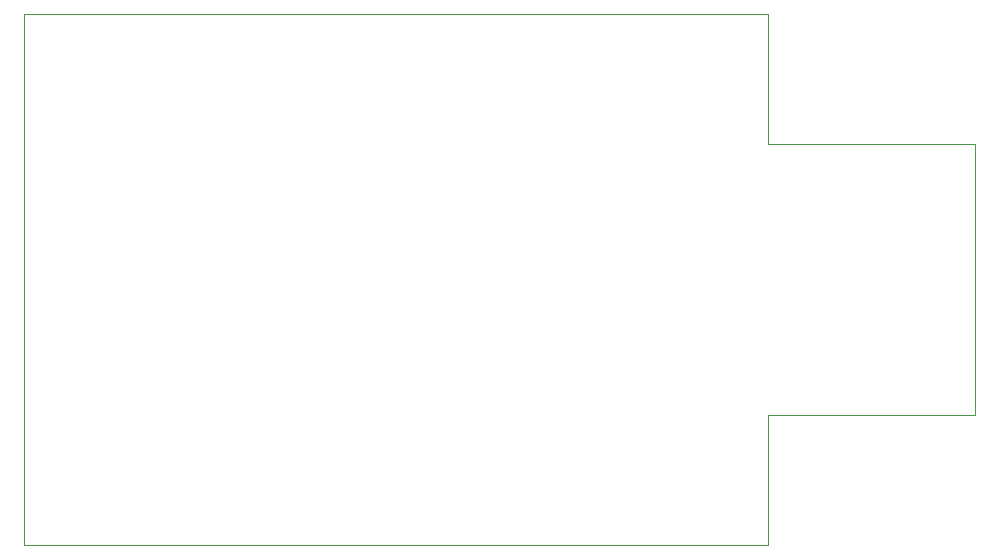
<source format=gbr>
G04 #@! TF.GenerationSoftware,KiCad,Pcbnew,(5.1.8-0-10_14)*
G04 #@! TF.CreationDate,2020-12-09T17:55:20-05:00*
G04 #@! TF.ProjectId,Arducon,41726475-636f-46e2-9e6b-696361645f70,rev?*
G04 #@! TF.SameCoordinates,Original*
G04 #@! TF.FileFunction,Profile,NP*
%FSLAX46Y46*%
G04 Gerber Fmt 4.6, Leading zero omitted, Abs format (unit mm)*
G04 Created by KiCad (PCBNEW (5.1.8-0-10_14)) date 2020-12-09 17:55:20*
%MOMM*%
%LPD*%
G01*
G04 APERTURE LIST*
G04 #@! TA.AperFunction,Profile*
%ADD10C,0.100000*%
G04 #@! TD*
G04 APERTURE END LIST*
D10*
X169500000Y-97000000D02*
X169500000Y-120000000D01*
X152000000Y-120000000D02*
X169500000Y-120000000D01*
X152000000Y-97000000D02*
X169500000Y-97000000D01*
X152000000Y-97000000D02*
X152000000Y-86000000D01*
X152000000Y-131000000D02*
X152000000Y-120000000D01*
X152000000Y-86000000D02*
X89000000Y-86000000D01*
X89000000Y-131000000D02*
X152000000Y-131000000D01*
X89000000Y-86000000D02*
X89000000Y-131000000D01*
M02*

</source>
